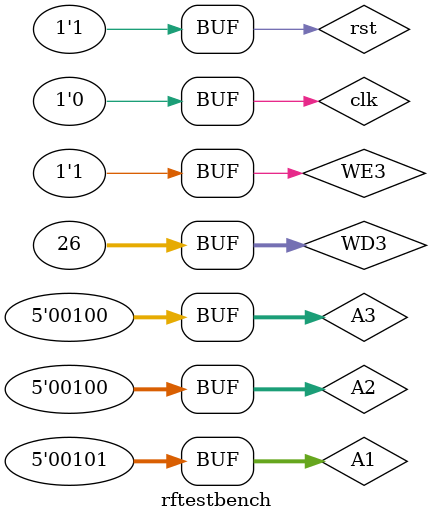
<source format=sv>
module rftestbench();
	logic clk, rst;
	logic [4:0] A1, A2, A3;
	logic [31:0] WD3;
	logic WE3;
	logic [31:0] RD1;
	logic [31:0] RD2;
	
	register_file timmy(clk, rst, A1, A2, A3, WD3, WE3, RD1, RD2);
	
	parameter PERIOD = 5;
	always begin
		 clk = 1'b1; 
		 #(PERIOD); // high for 20 * timescale = 20 ns

		 clk = 1'b0;
		 #(PERIOD); // low for 20 * timescale = 20 ns
	end
	
	initial begin
		rst = 0;
		#(60);
		rst = 1;
	end

	
	initial begin
		A1 = 0; A2 = 0; A3 = 0; WD3 = 0; WE3 = 0; #60;
		A1 = 1; A2 = 2; A3 = 0; WD3 = 0; WE3 = 0; #40;
		A1 = 2; A2 = 1; A3 = 0; WD3 = 0; WE3 = 0; #40;
		A1 = 5; A2 = 0; A3 = 5; WD3 = 56; WE3 = 0; #40;
		A1 = 5; A2 = 0; A3 = 5; WD3 = 56; WE3 = 1; #40;
		A1 = 5; A2 = 4; A3 = 4; WD3 = 26; WE3 = 0; #40;
		A1 = 5; A2 = 4; A3 = 4; WD3 = 26; WE3 = 1; #40;
	end
endmodule

</source>
